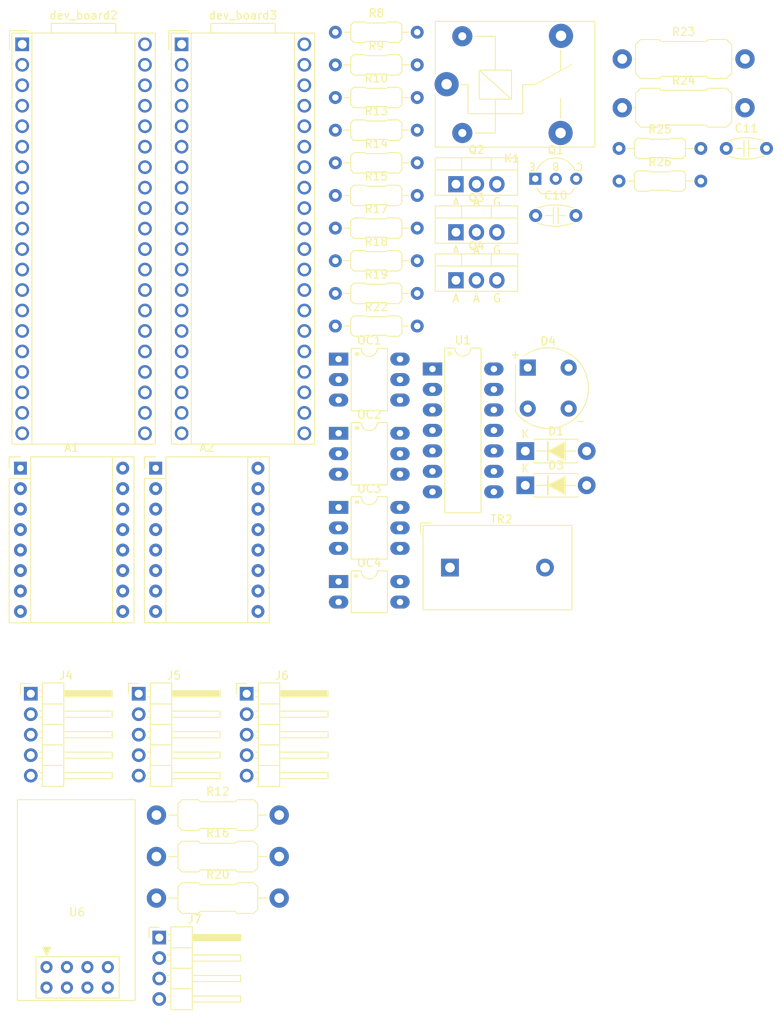
<source format=kicad_pcb>
(kicad_pcb (version 20241229) (generator "pcbnew") (generator_version "9.0")
  (layers (0 "F.Cu" signal) (2 "B.Cu" signal) (13 "F.Paste" user) (15 "B.Paste" user) (5 "F.SilkS" user "F.Silkscreen") (7 "B.SilkS" user "B.Silkscreen") (1 "F.Mask" user) (3 "B.Mask" user) (25 "Edge.Cuts" user))
  (net 0 "")
  (net 2 "Net-(A1-2B)")
  (net 3 "5VCC")
  (net 4 "Net-(A1-2A)")
  (net 6 "GND_nema")
  (net 7 "Net-(A1-1A)")
  (net 9 "Net-(A1-1B)")
  (net 11 "12VCC_nema")
  (net 14 "GND2")
  (net 18 "Net-(A2-2A)")
  (net 20 "Net-(A2-1B)")
  (net 22 "Net-(A2-1A)")
  (net 23 "Net-(A2-2B)")
  (net 29 "NEUT")
  (net 30 "Net-(D1-A)")
  (net 31 "Net-(D3-A)")
  (net 32 "+12VA")
  (net 33 "Net-(D4-2)")
  (net 34 "Net-(D4-+)")
  (net 35 "Net-(D4--)")
  (net 110 "Net-(K1-Pad3)")
  (net 112 "127VAC")
  (net 115 "Net-(OC1-Pad1)")
  (net 116 "Net-(OC1-Pad6)")
  (net 117 "Net-(Q2-G)")
  (net 118 "Net-(OC2-Pad6)")
  (net 120 "Net-(Q3-G)")
  (net 121 "Net-(OC2-Pad1)")
  (net 123 "Net-(OC3-Pad1)")
  (net 124 "Net-(Q4-G)")
  (net 126 "Net-(OC3-Pad6)")
  (net 128 "Net-(OC4-Pad4)")
  (net 129 "GND1")
  (net 130 "Net-(Q1-B)")
  (net 131 "Net-(Q2-A2)")
  (net 132 "Net-(Q3-A2)")
  (net 133 "Net-(Q4-A2)")
  (net 134 "Net-(D4-1)")
  (net 135 "Net-(C4-Pad1)")
  (net 136 "Net-(R8-Pad2)")
  (net 137 "Net-(C6-Pad1)")
  (net 138 "Net-(C8-Pad1)")
  (net 139 "Net-(R11-Pad2)")
  (net 142 "/adc_ATTINY")
  (net 143 "Net-(U1D-+)")
  (net 147 "Net-(U1D--)")
  (net 148 "Net-(U1A--)")
  (net 150 "/logic_out_ATTINY")
  (net 151 "Net-(R13-Pad2)")
  (net 152 "Net-(R17-Pad2)")
  (net 153 "Net-(R25-Pad1)")
  (net 154 "/zc")
  (net 155 "/cs")
  (net 156 "/sck")
  (net 157 "GND")
  (net 158 "/so")
  (net 159 "+5V")
  (net 160 "/Rx_mcu_esp01")
  (net 161 "+3.3V")
  (net 162 "/Tx_mcu_esp01")
  (net 163 "Net-(C5-Pad1)")
  (net 164 "Net-(C7-Pad1)")
  (net 165 "Net-(C9-Pad1)")
  (footprint "Connector_PinHeader_2.54mm:PinHeader_1x05_P2.54mm_Horizontal" (layer "F.Cu") (at 29.56 98.65)
    (property "Reference" "J5" (at 4.385 -2.27 0) (layer "F.SilkS"))
    (property "Value" "Max6675_modulo")
    (pad "1" thru_hole rect (at 0 0) (size 1.7 1.7) (drill 1) (layers "*.Cu" "*.Mask") (net 157 "GND"))
    (pad "2" thru_hole oval (at 0 2.54) (size 1.7 1.7) (drill 1) (layers "*.Cu" "*.Mask") (net 159 "+5V"))
    (pad "3" thru_hole oval (at 0 5.08) (size 1.7 1.7) (drill 1) (layers "*.Cu" "*.Mask") (net 156 "/sck"))
    (pad "4" thru_hole oval (at 0 7.62) (size 1.7 1.7) (drill 1) (layers "*.Cu" "*.Mask") (net 155 "/cs"))
    (pad "5" thru_hole oval (at 0 10.16) (size 1.7 1.7) (drill 1) (layers "*.Cu" "*.Mask") (net 158 "/so"))
  )
  (footprint "PCM_Package_DIP_AKL:DIP-6_W7.62mm_LongPads" (layer "F.Cu") (at 54.375 57.135)
    (property "Reference" "OC1" (at 3.81 -2.33 0) (layer "F.SilkS"))
    (property "Value" "MOC3021M" (hide yes))
    (pad "1" thru_hole rect (at 0 0) (size 2.4 1.6) (drill 0.8) (layers "*.Cu" "*.Mask") (net 115 "Net-(OC1-Pad1)"))
    (pad "2" thru_hole oval (at 0 2.54) (size 2.4 1.6) (drill 0.8) (layers "*.Cu" "*.Mask") (net 14 "GND2"))
    (pad "3" thru_hole oval (at 0 5.08) (size 2.4 1.6) (drill 0.8) (layers "*.Cu" "*.Mask"))
    (pad "4" thru_hole oval (at 7.62 5.08) (size 2.4 1.6) (drill 0.8) (layers "*.Cu" "*.Mask") (net 117 "Net-(Q2-G)"))
    (pad "5" thru_hole oval (at 7.62 2.54) (size 2.4 1.6) (drill 0.8) (layers "*.Cu" "*.Mask"))
    (pad "6" thru_hole oval (at 7.62 0) (size 2.4 1.6) (drill 0.8) (layers "*.Cu" "*.Mask") (net 116 "Net-(OC1-Pad6)"))
  )
  (footprint "PCM_Package_TO_SOT_THT_AKL:TO-220-3_Vertical_AAG" (layer "F.Cu") (at 68.945 41.395)
    (property "Reference" "Q3" (at 2.54 -4.27 0) (layer "F.SilkS"))
    (property "Value" "BTA12-600B" (hide yes))
    (fp_text user "A" (at 2.54 2.2225 0) (layer "F.SilkS"))
    (fp_text user "A" (at 0 2.2225 0) (layer "F.SilkS"))
    (fp_text user "G" (at 5.08 2.2225 0) (layer "F.SilkS"))
    (pad "1" thru_hole rect (at 0 0) (size 1.905 2) (drill 1.1) (layers "*.Cu" "*.Mask") (net 29 "NEUT"))
    (pad "2" thru_hole oval (at 2.54 0) (size 1.905 2) (drill 1.1) (layers "*.Cu" "*.Mask") (net 132 "Net-(Q3-A2)"))
    (pad "3" thru_hole oval (at 5.08 0) (size 1.905 2) (drill 1.1) (layers "*.Cu" "*.Mask") (net 120 "Net-(Q3-G)"))
  )
  (footprint "PCM_Resistor_THT_AKL:R_Axial_DIN0207_L6.3mm_D2.5mm_P10.16mm_Horizontal" (layer "F.Cu") (at 89.19 31)
    (property "Reference" "R25" (at 5.08 -2.37 0) (layer "F.SilkS"))
    (property "Value" "1k" (hide yes))
    (pad "1" thru_hole circle (at 0 0) (size 1.6 1.6) (drill 0.8) (layers "*.Cu" "*.Mask") (net 153 "Net-(R25-Pad1)"))
    (pad "2" thru_hole oval (at 10.16 0) (size 1.6 1.6) (drill 0.8) (layers "*.Cu" "*.Mask") (net 154 "/zc"))
  )
  (footprint "PCM_Capacitor_THT_AKL:C_Disc_D4.7mm_W2.5mm_P5.00mm" (layer "F.Cu") (at 78.835 39.325)
    (property "Reference" "C10" (at 2.5 -2.5 0) (layer "F.SilkS"))
    (property "Value" "100nf" (hide yes))
    (pad "1" thru_hole circle (at 0 0) (size 1.6 1.6) (drill 0.8) (layers "*.Cu" "*.Mask") (net 14 "GND2"))
    (pad "2" thru_hole circle (at 5 0) (size 1.6 1.6) (drill 0.8) (layers "*.Cu" "*.Mask") (net 3 "5VCC"))
  )
  (footprint "PCM_Resistor_THT_AKL:R_Axial_DIN0207_L6.3mm_D2.5mm_P10.16mm_Horizontal" (layer "F.Cu") (at 53.975 36.835)
    (property "Reference" "R15" (at 5.08 -2.37 0) (layer "F.SilkS"))
    (property "Value" "1.2K" (hide yes))
    (pad "1" thru_hole circle (at 0 0) (size 1.6 1.6) (drill 0.8) (layers "*.Cu" "*.Mask") (net 132 "Net-(Q3-A2)"))
    (pad "2" thru_hole oval (at 10.16 0) (size 1.6 1.6) (drill 0.8) (layers "*.Cu" "*.Mask") (net 137 "Net-(C6-Pad1)"))
  )
  (footprint "PCM_Diode_THT_AKL:Diode_Bridge_Round_D9.8mm" (layer "F.Cu") (at 77.855 58.195)
    (property "Reference" "D4" (at 2.54 -3.302 0) (layer "F.SilkS"))
    (property "Value" "2W10G" (hide yes))
    (fp_text user "+" (at -1.524 -1.651 0) (layer "F.SilkS"))
    (fp_text user "-" (at 6.604 6.604 0) (layer "F.SilkS"))
    (pad "1" thru_hole rect (at 0 0) (size 2 2) (drill 1) (layers "*.Cu" "*.Mask") (net 34 "Net-(D4-+)"))
    (pad "2" thru_hole oval (at 0 5.08) (size 2 2) (drill 1) (layers "*.Cu" "*.Mask") (net 134 "Net-(D4-1)"))
    (pad "3" thru_hole oval (at 5.08 5.08) (size 2 2) (drill 1) (layers "*.Cu" "*.Mask") (net 35 "Net-(D4--)"))
    (pad "4" thru_hole oval (at 5.08 0) (size 2 2) (drill 1) (layers "*.Cu" "*.Mask") (net 33 "Net-(D4-2)"))
  )
  (footprint "PCM_Package_TO_SOT_THT_AKL:TO-92_Inline_Wide_EBC" (layer "F.Cu") (at 78.795 34.765)
    (property "Reference" "Q1" (at 2.54 -3.56 0) (layer "F.SilkS"))
    (property "Value" "2N2222A-TO92" (hide yes))
    (fp_text user "B" (at 2.54 -1.524 180) (layer "F.SilkS") (effects (font (size 0.9 0.9))))
    (fp_text user "E" (at -0.381 -1.524 180) (layer "F.SilkS") (effects (font (size 0.9 0.9))))
    (fp_text user "C" (at 5.461 -1.524 180) (layer "F.SilkS") (effects (font (size 0.9 0.9))))
    (pad "1" thru_hole rect (at 0 0 90) (size 1.5 1.5) (drill 0.8) (layers "*.Cu" "*.Mask") (net 129 "GND1"))
    (pad "2" thru_hole circle (at 2.54 0 90) (size 1.5 1.5) (drill 0.8) (layers "*.Cu" "*.Mask") (net 130 "Net-(Q1-B)"))
    (pad "3" thru_hole circle (at 5.08 0 90) (size 1.5 1.5) (drill 0.8) (layers "*.Cu" "*.Mask") (net 31 "Net-(D3-A)"))
  )
  (footprint "Connector_PinHeader_2.54mm:PinHeader_1x05_P2.54mm_Horizontal" (layer "F.Cu") (at 16.16 98.65)
    (property "Reference" "J4" (at 4.385 -2.27 0) (layer "F.SilkS"))
    (property "Value" "Max6675_modulo")
    (pad "1" thru_hole rect (at 0 0) (size 1.7 1.7) (drill 1) (layers "*.Cu" "*.Mask") (net 157 "GND"))
    (pad "2" thru_hole oval (at 0 2.54) (size 1.7 1.7) (drill 1) (layers "*.Cu" "*.Mask") (net 159 "+5V"))
    (pad "3" thru_hole oval (at 0 5.08) (size 1.7 1.7) (drill 1) (layers "*.Cu" "*.Mask") (net 156 "/sck"))
    (pad "4" thru_hole oval (at 0 7.62) (size 1.7 1.7) (drill 1) (layers "*.Cu" "*.Mask") (net 155 "/cs"))
    (pad "5" thru_hole oval (at 0 10.16) (size 1.7 1.7) (drill 1) (layers "*.Cu" "*.Mask") (net 158 "/so"))
  )
  (footprint "PCM_Resistor_THT_AKL:R_Axial_DIN0207_L6.3mm_D2.5mm_P10.16mm_Horizontal" (layer "F.Cu") (at 53.975 32.785)
    (property "Reference" "R14" (at 5.08 -2.37 0) (layer "F.SilkS"))
    (property "Value" "180" (hide yes))
    (pad "1" thru_hole circle (at 0 0) (size 1.6 1.6) (drill 0.8) (layers "*.Cu" "*.Mask") (net 137 "Net-(C6-Pad1)"))
    (pad "2" thru_hole oval (at 10.16 0) (size 1.6 1.6) (drill 0.8) (layers "*.Cu" "*.Mask") (net 118 "Net-(OC2-Pad6)"))
  )
  (footprint "Connector_PinHeader_2.54mm:PinHeader_1x04_P2.54mm_Horizontal" (layer "F.Cu") (at 32.11 128.9)
    (property "Reference" "J7" (at 4.385 -2.27 0) (layer "F.SilkS"))
    (property "Value" "ESP01")
    (pad "1" thru_hole rect (at 0 0) (size 1.7 1.7) (drill 1) (layers "*.Cu" "*.Mask") (net 161 "+3.3V"))
    (pad "2" thru_hole oval (at 0 2.54) (size 1.7 1.7) (drill 1) (layers "*.Cu" "*.Mask") (net 160 "/Rx_mcu_esp01"))
    (pad "3" thru_hole oval (at 0 5.08) (size 1.7 1.7) (drill 1) (layers "*.Cu" "*.Mask") (net 162 "/Tx_mcu_esp01"))
    (pad "4" thru_hole oval (at 0 7.62) (size 1.7 1.7) (drill 1) (layers "*.Cu" "*.Mask") (net 157 "GND"))
  )
  (footprint "PCM_Resistor_THT_AKL:R_Axial_DIN0207_L6.3mm_D2.5mm_P10.16mm_Horizontal" (layer "F.Cu") (at 53.975 16.585)
    (property "Reference" "R8" (at 5.08 -2.37 0) (layer "F.SilkS"))
    (property "Value" "180" (hide yes))
    (pad "1" thru_hole circle (at 0 0) (size 1.6 1.6) (drill 0.8) (layers "*.Cu" "*.Mask") (net 115 "Net-(OC1-Pad1)"))
    (pad "2" thru_hole oval (at 10.16 0) (size 1.6 1.6) (drill 0.8) (layers "*.Cu" "*.Mask") (net 136 "Net-(R8-Pad2)"))
  )
  (footprint "Module:Electrosmith_Daisy_Seed" (layer "F.Cu") (at 15.095 18.085)
    (property "Reference" "dev_board2" (at 7.62 -3.6 0) (layer "F.SilkS"))
    (property "Value" "Black_pill_stm32f411")
    (pad "1" thru_hole rect (at 0 0) (size 1.7 1.7) (drill 1.1) (layers "*.Cu" "*.Mask"))
    (pad "2" thru_hole circle (at 0 2.54) (size 1.7 1.7) (drill 1.1) (layers "*.Cu" "*.Mask"))
    (pad "3" thru_hole circle (at 0 5.08) (size 1.7 1.7) (drill 1.1) (layers "*.Cu" "*.Mask"))
    (pad "4" thru_hole circle (at 0 7.62) (size 1.7 1.7) (drill 1.1) (layers "*.Cu" "*.Mask"))
    (pad "5" thru_hole circle (at 0 10.16) (size 1.7 1.7) (drill 1.1) (layers "*.Cu" "*.Mask"))
    (pad "6" thru_hole circle (at 0 12.7) (size 1.7 1.7) (drill 1.1) (layers "*.Cu" "*.Mask"))
    (pad "7" thru_hole circle (at 0 15.24) (size 1.7 1.7) (drill 1.1) (layers "*.Cu" "*.Mask"))
    (pad "8" thru_hole circle (at 0 17.78) (size 1.7 1.7) (drill 1.1) (layers "*.Cu" "*.Mask"))
    (pad "9" thru_hole circle (at 0 20.32) (size 1.7 1.7) (drill 1.1) (layers "*.Cu" "*.Mask"))
    (pad "10" thru_hole circle (at 0 22.86) (size 1.7 1.7) (drill 1.1) (layers "*.Cu" "*.Mask"))
    (pad "11" thru_hole circle (at 0 25.4) (size 1.7 1.7) (drill 1.1) (layers "*.Cu" "*.Mask"))
    (pad "12" thru_hole circle (at 0 27.94) (size 1.7 1.7) (drill 1.1) (layers "*.Cu" "*.Mask"))
    (pad "13" thru_hole circle (at 0 30.48) (size 1.7 1.7) (drill 1.1) (layers "*.Cu" "*.Mask"))
    (pad "14" thru_hole circle (at 0 33.02) (size 1.7 1.7) (drill 1.1) (layers "*.Cu" "*.Mask"))
    (pad "15" thru_hole circle (at 0 35.56) (size 1.7 1.7) (drill 1.1) (layers "*.Cu" "*.Mask"))
    (pad "16" thru_hole circle (at 0 38.1) (size 1.7 1.7) (drill 1.1) (layers "*.Cu" "*.Mask"))
    (pad "17" thru_hole circle (at 0 40.64) (size 1.7 1.7) (drill 1.1) (layers "*.Cu" "*.Mask"))
    (pad "18" thru_hole circle (at 0 43.18) (size 1.7 1.7) (drill 1.1) (layers "*.Cu" "*.Mask"))
    (pad "19" thru_hole circle (at 0 45.72) (size 1.7 1.7) (drill 1.1) (layers "*.Cu" "*.Mask") (net 14 "GND2"))
    (pad "20" thru_hole circle (at 0 48.26) (size 1.7 1.7) (drill 1.1) (layers "*.Cu" "*.Mask"))
    (pad "21" thru_hole circle (at 15.24 48.26) (size 1.7 1.7) (drill 1.1) (layers "*.Cu" "*.Mask"))
    (pad "22" thru_hole circle (at 15.24 45.72) (size 1.7 1.7) (drill 1.1) (layers "*.Cu" "*.Mask"))
    (pad "23" thru_hole circle (at 15.24 43.18) (size 1.7 1.7) (drill 1.1) (layers "*.Cu" "*.Mask"))
    (pad "24" thru_hole circle (at 15.24 40.64) (size 1.7 1.7) (drill 1.1) (layers "*.Cu" "*.Mask"))
    (pad "25" thru_hole circle (at 15.24 38.1) (size 1.7 1.7) (drill 1.1) (layers "*.Cu" "*.Mask"))
    (pad "26" thru_hole circle (at 15.24 35.56) (size 1.7 1.7) (drill 1.1) (layers "*.Cu" "*.Mask"))
    (pad "27" thru_hole circle (at 15.24 33.02) (size 1.7 1.7) (drill 1.1) (layers "*.Cu" "*.Mask"))
    (pad "28" thru_hole circle (at 15.24 30.48) (size 1.7 1.7) (drill 1.1) (layers "*.Cu" "*.Mask"))
    (pad "29" thru_hole circle (at 15.24 27.94) (size 1.7 1.7) (drill 1.1) (layers "*.Cu" "*.Mask"))
    (pad "30" thru_hole circle (at 15.24 25.4) (size 1.7 1.7) (drill 1.1) (layers "*.Cu" "*.Mask"))
    (pad "31" thru_hole circle (at 15.24 22.86) (size 1.7 1.7) (drill 1.1) (layers "*.Cu" "*.Mask"))
    (pad "32" thru_hole circle (at 15.24 20.32) (size 1.7 1.7) (drill 1.1) (layers "*.Cu" "*.Mask"))
    (pad "33" thru_hole circle (at 15.24 17.78) (size 1.7 1.7) (drill 1.1) (layers "*.Cu" "*.Mask"))
    (pad "34" thru_hole circle (at 15.24 15.24) (size 1.7 1.7) (drill 1.1) (layers "*.Cu" "*.Mask"))
    (pad "35" thru_hole circle (at 15.24 12.7) (size 1.7 1.7) (drill 1.1) (layers "*.Cu" "*.Mask"))
    (pad "36" thru_hole circle (at 15.24 10.16) (size 1.7 1.7) (drill 1.1) (layers "*.Cu" "*.Mask"))
    (pad "37" thru_hole circle (at 15.24 7.62) (size 1.7 1.7) (drill 1.1) (layers "*.Cu" "*.Mask"))
    (pad "38" thru_hole circle (at 15.24 5.08) (size 1.7 1.7) (drill 1.1) (layers "*.Cu" "*.Mask"))
    (pad "39" thru_hole circle (at 15.24 2.54) (size 1.7 1.7) (drill 1.1) (layers "*.Cu" "*.Mask") (net 14 "GND2"))
    (pad "40" thru_hole circle (at 15.24 0) (size 1.7 1.7) (drill 1.1) (layers "*.Cu" "*.Mask") (net 3 "5VCC"))
  )
  (footprint "RF_Module:ESP-01" (layer "F.Cu") (at 18.11 132.56)
    (property "Reference" "U6" (at 3.8 -6.8 0) (layer "F.SilkS"))
    (property "Value" "ESP-01S")
    (pad "1" thru_hole circle (at 0 0) (size 1.5 1.5) (drill 0.8) (layers "*.Cu" "*.Mask") (net 160 "/Rx_mcu_esp01"))
    (pad "2" thru_hole circle (at 2.54 0) (size 1.5 1.5) (drill 0.8) (layers "*.Cu" "*.Mask") (net 157 "GND"))
    (pad "3" thru_hole circle (at 5.08 0) (size 1.5 1.5) (drill 0.8) (layers "*.Cu" "*.Mask"))
    (pad "4" thru_hole circle (at 7.62 0) (size 1.5 1.5) (drill 0.8) (layers "*.Cu" "*.Mask"))
    (pad "5" thru_hole circle (at 0 2.54) (size 1.5 1.5) (drill 0.8) (layers "*.Cu" "*.Mask"))
    (pad "6" thru_hole circle (at 2.54 2.54) (size 1.5 1.5) (drill 0.8) (layers "*.Cu" "*.Mask"))
    (pad "7" thru_hole circle (at 5.08 2.54) (size 1.5 1.5) (drill 0.8) (layers "*.Cu" "*.Mask") (net 161 "+3.3V"))
    (pad "8" thru_hole circle (at 7.62 2.54) (size 1.5 1.5) (drill 0.8) (layers "*.Cu" "*.Mask") (net 162 "/Tx_mcu_esp01"))
  )
  (footprint "Module:Pololu_Breakout-16_15.2x20.3mm" (layer "F.Cu") (at 14.875 70.665)
    (property "Reference" "A1" (at 6.35 -2.54 0) (layer "F.SilkS"))
    (property "Value" "Pololu_Breakout_A4988")
    (pad "1" thru_hole rect (at 0 0) (size 1.6 1.6) (drill 0.8) (layers "*.Cu" "*.Mask") (net 14 "GND2"))
    (pad "2" thru_hole oval (at 0 2.54) (size 1.6 1.6) (drill 0.8) (layers "*.Cu" "*.Mask") (net 3 "5VCC"))
    (pad "3" thru_hole oval (at 0 5.08) (size 1.6 1.6) (drill 0.8) (layers "*.Cu" "*.Mask") (net 9 "Net-(A1-1B)"))
    (pad "4" thru_hole oval (at 0 7.62) (size 1.6 1.6) (drill 0.8) (layers "*.Cu" "*.Mask") (net 7 "Net-(A1-1A)"))
    (pad "5" thru_hole oval (at 0 10.16) (size 1.6 1.6) (drill 0.8) (layers "*.Cu" "*.Mask") (net 4 "Net-(A1-2A)"))
    (pad "6" thru_hole oval (at 0 12.7) (size 1.6 1.6) (drill 0.8) (layers "*.Cu" "*.Mask") (net 2 "Net-(A1-2B)"))
    (pad "7" thru_hole oval (at 0 15.24) (size 1.6 1.6) (drill 0.8) (layers "*.Cu" "*.Mask") (net 6 "GND_nema"))
    (pad "8" thru_hole oval (at 0 17.78) (size 1.6 1.6) (drill 0.8) (layers "*.Cu" "*.Mask") (net 11 "12VCC_nema"))
    (pad "9" thru_hole oval (at 12.7 17.78) (size 1.6 1.6) (drill 0.8) (layers "*.Cu" "*.Mask"))
    (pad "10" thru_hole oval (at 12.7 15.24) (size 1.6 1.6) (drill 0.8) (layers "*.Cu" "*.Mask"))
    (pad "11" thru_hole oval (at 12.7 12.7) (size 1.6 1.6) (drill 0.8) (layers "*.Cu" "*.Mask"))
    (pad "12" thru_hole oval (at 12.7 10.16) (size 1.6 1.6) (drill 0.8) (layers "*.Cu" "*.Mask"))
    (pad "13" thru_hole oval (at 12.7 7.62) (size 1.6 1.6) (drill 0.8) (layers "*.Cu" "*.Mask"))
    (pad "14" thru_hole oval (at 12.7 5.08) (size 1.6 1.6) (drill 0.8) (layers "*.Cu" "*.Mask"))
    (pad "15" thru_hole oval (at 12.7 2.54) (size 1.6 1.6) (drill 0.8) (layers "*.Cu" "*.Mask"))
    (pad "16" thru_hole oval (at 12.7 0) (size 1.6 1.6) (drill 0.8) (layers "*.Cu" "*.Mask"))
  )
  (footprint "PCM_Resistor_THT_AKL:R_Axial_DIN0207_L6.3mm_D2.5mm_P10.16mm_Horizontal" (layer "F.Cu") (at 89.19 35.05)
    (property "Reference" "R26" (at 5.08 -2.37 0) (layer "F.SilkS"))
    (property "Value" "2k" (hide yes))
    (pad "1" thru_hole circle (at 0 0) (size 1.6 1.6) (drill 0.8) (layers "*.Cu" "*.Mask") (net 154 "/zc"))
    (pad "2" thru_hole oval (at 10.16 0) (size 1.6 1.6) (drill 0.8) (layers "*.Cu" "*.Mask") (net 14 "GND2"))
  )
  (footprint "Connector_PinHeader_2.54mm:PinHeader_1x05_P2.54mm_Horizontal" (layer "F.Cu") (at 42.96 98.65)
    (property "Reference" "J6" (at 4.385 -2.27 0) (layer "F.SilkS"))
    (property "Value" "Max6675_modulo")
    (pad "1" thru_hole rect (at 0 0) (size 1.7 1.7) (drill 1) (layers "*.Cu" "*.Mask") (net 157 "GND"))
    (pad "2" thru_hole oval (at 0 2.54) (size 1.7 1.7) (drill 1) (layers "*.Cu" "*.Mask") (net 159 "+5V"))
    (pad "3" thru_hole oval (at 0 5.08) (size 1.7 1.7) (drill 1) (layers "*.Cu" "*.Mask") (net 156 "/sck"))
    (pad "4" thru_hole oval (at 0 7.62) (size 1.7 1.7) (drill 1) (layers "*.Cu" "*.Mask") (net 155 "/cs"))
    (pad "5" thru_hole oval (at 0 10.16) (size 1.7 1.7) (drill 1) (layers "*.Cu" "*.Mask") (net 158 "/so"))
  )
  (footprint "PCM_Resistor_THT_AKL:R_Axial_DIN0207_L6.3mm_D2.5mm_P10.16mm_Horizontal" (layer "F.Cu") (at 53.975 40.885)
    (property "Reference" "R17" (at 5.08 -2.37 0) (layer "F.SilkS"))
    (property "Value" "180" (hide yes))
    (pad "1" thru_hole circle (at 0 0) (size 1.6 1.6) (drill 0.8) (layers "*.Cu" "*.Mask") (net 123 "Net-(OC3-Pad1)"))
    (pad "2" thru_hole oval (at 10.16 0) (size 1.6 1.6) (drill 0.8) (layers "*.Cu" "*.Mask") (net 152 "Net-(R17-Pad2)"))
  )
  (footprint "PCM_Resistor_THT_AKL:R_Axial_DIN0207_L6.3mm_D2.5mm_P10.16mm_Horizontal" (layer "F.Cu") (at 53.975 28.735)
    (property "Reference" "R13" (at 5.08 -2.37 0) (layer "F.SilkS"))
    (property "Value" "180" (hide yes))
    (pad "1" thru_hole circle (at 0 0) (size 1.6 1.6) (drill 0.8) (layers "*.Cu" "*.Mask") (net 121 "Net-(OC2-Pad1)"))
    (pad "2" thru_hole oval (at 10.16 0) (size 1.6 1.6) (drill 0.8) (layers "*.Cu" "*.Mask") (net 151 "Net-(R13-Pad2)"))
  )
  (footprint "PCM_Capacitor_THT_AKL:C_Disc_D4.7mm_W2.5mm_P5.00mm" (layer "F.Cu") (at 102.5 31)
    (property "Reference" "C11" (at 2.5 -2.5 0) (layer "F.SilkS"))
    (property "Value" "100nf" (hide yes))
    (pad "1" thru_hole circle (at 0 0) (size 1.6 1.6) (drill 0.8) (layers "*.Cu" "*.Mask") (net 14 "GND2"))
    (pad "2" thru_hole circle (at 5 0) (size 1.6 1.6) (drill 0.8) (layers "*.Cu" "*.Mask") (net 3 "5VCC"))
  )
  (footprint "PCM_Package_DIP_AKL:DIP-4_W7.62mm_LongPads" (layer "F.Cu") (at 54.375 84.735)
    (property "Reference" "OC4" (at 3.81 -2.33 0) (layer "F.SilkS"))
    (property "Value" "PC817" (hide yes))
    (pad "1" thru_hole rect (at 0 0) (size 2.4 1.6) (drill 0.8) (layers "*.Cu" "*.Mask") (net 34 "Net-(D4-+)"))
    (pad "2" thru_hole oval (at 0 2.54) (size 2.4 1.6) (drill 0.8) (layers "*.Cu" "*.Mask") (net 35 "Net-(D4--)"))
    (pad "3" thru_hole oval (at 7.62 2.54) (size 2.4 1.6) (drill 0.8) (layers "*.Cu" "*.Mask") (net 14 "GND2"))
    (pad "4" thru_hole oval (at 7.62 0) (size 2.4 1.6) (drill 0.8) (layers "*.Cu" "*.Mask") (net 128 "Net-(OC4-Pad4)"))
  )
  (footprint "PCM_Resistor_THT_AKL:R_Axial_DIN0411_L9.9mm_D3.6mm_P15.24mm_Horizontal" (layer "F.Cu") (at 31.76 118.85)
    (property "Reference" "R16" (at 7.62 -2.92 0) (layer "F.SilkS"))
    (property "Value" "39 1W" (hide yes))
    (pad "1" thru_hole circle (at 0 0) (size 2.4 2.4) (drill 1.2) (layers "*.Cu" "*.Mask") (net 132 "Net-(Q3-A2)"))
    (pad "2" thru_hole oval (at 15.24 0) (size 2.4 2.4) (drill 1.2) (layers "*.Cu" "*.Mask") (net 164 "Net-(C7-Pad1)"))
  )
  (footprint "Transformer_THT:Transformer_Zeming_ZMCT103C" (layer "F.Cu") (at 68.2 83)
    (property "Reference" "TR2" (at 6.39 -6 0) (layer "F.SilkS"))
    (property "Value" "ZMCT103C")
    (pad "1" thru_hole rect (at 0 0) (size 2.2 2.2) (drill 1.2) (layers "*.Cu" "*.Mask") (net 129 "GND1"))
    (pad "2" thru_hole circle (at 11.8 0) (size 2.2 2.2) (drill 1.2) (layers "*.Cu" "*.Mask") (net 139 "Net-(R11-Pad2)"))
  )
  (footprint "PCM_Resistor_THT_AKL:R_Axial_DIN0411_L9.9mm_D3.6mm_P15.24mm_Horizontal" (layer "F.Cu") (at 31.76 113.7)
    (property "Reference" "R12" (at 7.62 -2.92 0) (layer "F.SilkS"))
    (property "Value" "39 1W" (hide yes))
    (pad "1" thru_hole circle (at 0 0) (size 2.4 2.4) (drill 1.2) (layers "*.Cu" "*.Mask") (net 131 "Net-(Q2-A2)"))
    (pad "2" thru_hole oval (at 15.24 0) (size 2.4 2.4) (drill 1.2) (layers "*.Cu" "*.Mask") (net 163 "Net-(C5-Pad1)"))
  )
  (footprint "Module:Electrosmith_Daisy_Seed" (layer "F.Cu") (at 34.885 18.085)
    (property "Reference" "dev_board3" (at 7.62 -3.6 0) (layer "F.SilkS"))
    (property "Value" "Black_pill_stm32f411")
    (pad "1" thru_hole rect (at 0 0) (size 1.7 1.7) (drill 1.1) (layers "*.Cu" "*.Mask"))
    (pad "2" thru_hole circle (at 0 2.54) (size 1.7 1.7) (drill 1.1) (layers "*.Cu" "*.Mask"))
    (pad "3" thru_hole circle (at 0 5.08) (size 1.7 1.7) (drill 1.1) (layers "*.Cu" "*.Mask"))
    (pad "4" thru_hole circle (at 0 7.62) (size 1.7 1.7) (drill 1.1) (layers "*.Cu" "*.Mask"))
    (pad "5" thru_hole circle (at 0 10.16) (size 1.7 1.7) (drill 1.1) (layers "*.Cu" "*.Mask"))
    (pad "6" thru_hole circle (at 0 12.7) (size 1.7 1.7) (drill 1.1) (layers "*.Cu" "*.Mask"))
    (pad "7" thru_hole circle (at 0 15.24) (size 1.7 1.7) (drill 1.1) (layers "*.Cu" "*.Mask"))
    (pad "8" thru_hole circle (at 0 17.78) (size 1.7 1.7) (drill 1.1) (layers "*.Cu" "*.Mask"))
    (pad "9" thru_hole circle (at 0 20.32) (size 1.7 1.7) (drill 1.1) (layers "*.Cu" "*.Mask"))
    (pad "10" thru_hole circle (at 0 22.86) (size 1.7 1.7) (drill 1.1) (layers "*.Cu" "*.Mask"))
    (pad "11" thru_hole circle (at 0 25.4) (size 1.7 1.7) (drill 1.1) (layers "*.Cu" "*.Mask"))
    (pad "12" thru_hole circle (at 0 27.94) (size 1.7 1.7) (drill 1.1) (layers "*.Cu" "*.Mask"))
    (pad "13" thru_hole circle (at 0 30.48) (size 1.7 1.7) (drill 1.1) (layers "*.Cu" "*.Mask"))
    (pad "14" thru_hole circle (at 0 33.02) (size 1.7 1.7) (drill 1.1) (layers "*.Cu" "*.Mask"))
    (pad "15" thru_hole circle (at 0 35.56) (size 1.7 1.7) (drill 1.1) (layers "*.Cu" "*.Mask"))
    (pad "16" thru_hole circle (at 0 38.1) (size 1.7 1.7) (drill 1.1) (layers "*.Cu" "*.Mask"))
    (pad "17" thru_hole circle (at 0 40.64) (size 1.7 1.7) (drill 1.1) (layers "*.Cu" "*.Mask"))
    (pad "18" thru_hole circle (at 0 43.18) (size 1.7 1.7) (drill 1.1) (layers "*.Cu" "*.Mask"))
    (pad "19" thru_hole circle (at 0 45.72) (size 1.7 1.7) (drill 1.1) (layers "*.Cu" "*.Mask") (net 14 "GND2"))
    (pad "20" thru_hole circle (at 0 48.26) (size 1.7 1.7) (drill 1.1) (layers "*.Cu" "*.Mask"))
    (pad "21" thru_hole circle (at 15.24 48.26) (size 1.7 1.7) (drill 1.1) (layers "*.Cu" "*.Mask"))
    (pad "22" thru_hole circle (at 15.24 45.72) (size 1.7 1.7) (drill 1.1) (layers "*.Cu" "*.Mask"))
    (pad "23" thru_hole circle (at 15.24 43.18) (size 1.7 1.7) (drill 1.1) (layers "*.Cu" "*.Mask"))
    (pad "24" thru_hole circle (at 15.24 40.64) (size 1.7 1.7) (drill 1.1) (layers "*.Cu" "*.Mask"))
    (pad "25" thru_hole circle (at 15.24 38.1) (size 1.7 1.7) (drill 1.1) (layers "*.Cu" "*.Mask"))
    (pad "26" thru_hole circle (at 15.24 35.56) (size 1.7 1.7) (drill 1.1) (layers "*.Cu" "*.Mask"))
    (pad "27" thru_hole circle (at 15.24 33.02) (size 1.7 1.7) (drill 1.1) (layers "*.Cu" "*.Mask"))
    (pad "28" thru_hole circle (at 15.24 30.48) (size 1.7 1.7) (drill 1.1) (layers "*.Cu" "*.Mask"))
    (pad "29" thru_hole circle (at 15.24 27.94) (size 1.7 1.7) (drill 1.1) (layers "*.Cu" "*.Mask"))
    (pad "30" thru_hole circle (at 15.24 25.4) (size 1.7 1.7) (drill 1.1) (layers "*.Cu" "*.Mask"))
    (pad "31" thru_hole circle (at 15.24 22.86) (size 1.7 1.7) (drill 1.1) (layers "*.Cu" "*.Mask"))
    (pad "32" thru_hole circle (at 15.24 20.32) (size 1.7 1.7) (drill 1.1) (layers "*.Cu" "*.Mask"))
    (pad "33" thru_hole circle (at 15.24 17.78) (size 1.7 1.7) (drill 1.1) (layers "*.Cu" "*.Mask"))
    (pad "34" thru_hole circle (at 15.24 15.24) (size 1.7 1.7) (drill 1.1) (layers "*.Cu" "*.Mask"))
    (pad "35" thru_hole circle (at 15.24 12.7) (size 1.7 1.7) (drill 1.1) (layers "*.Cu" "*.Mask"))
    (pad "36" thru_hole circle (at 15.24 10.16) (size 1.7 1.7) (drill 1.1) (layers "*.Cu" "*.Mask"))
    (pad "37" thru_hole circle (at 15.24 7.62) (size 1.7 1.7) (drill 1.1) (layers "*.Cu" "*.Mask"))
    (pad "38" thru_hole circle (at 15.24 5.08) (size 1.7 1.7) (drill 1.1) (layers "*.Cu" "*.Mask"))
    (pad "39" thru_hole circle (at 15.24 2.54) (size 1.7 1.7) (drill 1.1) (layers "*.Cu" "*.Mask") (net 14 "GND2"))
    (pad "40" thru_hole circle (at 15.24 0) (size 1.7 1.7) (drill 1.1) (layers "*.Cu" "*.Mask") (net 3 "5VCC"))
  )
  (footprint "PCM_Resistor_THT_AKL:R_Axial_DIN0207_L6.3mm_D2.5mm_P10.16mm_Horizontal" (layer "F.Cu") (at 53.975 44.935)
    (property "Reference" "R18" (at 5.08 -2.37 0) (layer "F.SilkS"))
    (property "Value" "180" (hide yes))
    (pad "1" thru_hole circle (at 0 0) (size 1.6 1.6) (drill 0.8) (layers "*.Cu" "*.Mask") (net 138 "Net-(C8-Pad1)"))
    (pad "2" thru_hole oval (at 10.16 0) (size 1.6 1.6) (drill 0.8) (layers "*.Cu" "*.Mask") (net 126 "Net-(OC3-Pad6)"))
  )
  (footprint "PCM_Diode_THT_AKL:D_DO-41_SOD81_P7.62mm_Horizontal" (layer "F.Cu") (at 77.555 68.545)
    (property "Reference" "D1" (at 3.81 -2.47 0) (layer "F.SilkS"))
    (property "Value" "1N4003" (hide yes))
    (fp_text user "K" (at 0 -2.1 0) (layer "F.SilkS"))
    (pad "1" thru_hole rect (at 0 0) (size 2.2 2.2) (drill 1.1) (layers "*.Cu" "*.Mask") (net 29 "NEUT"))
    (pad "2" thru_hole oval (at 7.62 0) (size 2.2 2.2) (drill 1.1) (layers "*.Cu" "*.Mask") (net 30 "Net-(D1-A)"))
  )
  (footprint "PCM_Resistor_THT_AKL:R_Axial_DIN0207_L6.3mm_D2.5mm_P10.16mm_Horizontal" (layer "F.Cu") (at 53.975 20.635)
    (property "Reference" "R9" (at 5.08 -2.37 0) (layer "F.SilkS"))
    (property "Value" "180" (hide yes))
    (pad "1" thru_hole circle (at 0 0) (size 1.6 1.6) (drill 0.8) (layers "*.Cu" "*.Mask") (net 135 "Net-(C4-Pad1)"))
    (pad "2" thru_hole oval (at 10.16 0) (size 1.6 1.6) (drill 0.8) (layers "*.Cu" "*.Mask") (net 116 "Net-(OC1-Pad6)"))
  )
  (footprint "PCM_Resistor_THT_AKL:R_Axial_DIN0411_L9.9mm_D3.6mm_P15.24mm_Horizontal" (layer "F.Cu") (at 31.76 124)
    (property "Reference" "R20" (at 7.62 -2.92 0) (layer "F.SilkS"))
    (property "Value" "39 1W" (hide yes))
    (pad "1" thru_hole circle (at 0 0) (size 2.4 2.4) (drill 1.2) (layers "*.Cu" "*.Mask") (net 133 "Net-(Q4-A2)"))
    (pad "2" thru_hole oval (at 15.24 0) (size 2.4 2.4) (drill 1.2) (layers "*.Cu" "*.Mask") (net 165 "Net-(C9-Pad1)"))
  )
  (footprint "Relay_THT:Relay_SPDT_SANYOU_SRD_Series_Form_C" (layer "F.Cu") (at 67.785 23.035)
    (property "Reference" "K1" (at 8.1 9.2 0) (layer "F.SilkS"))
    (property "Value" "SANYOU_SRD_Form_C")
    (pad "1" thru_hole circle (at 0 0 90) (size 3 3) (drill 1.3) (layers "*.Cu" "*.Mask") (net 112 "127VAC"))
    (pad "2" thru_hole circle (at 1.95 6.05 90) (size 2.5 2.5) (drill 1) (layers "*.Cu" "*.Mask") (net 31 "Net-(D3-A)"))
    (pad "3" thru_hole circle (at 14.15 6.05 90) (size 3 3) (drill 1.3) (layers "*.Cu" "*.Mask") (net 110 "Net-(K1-Pad3)"))
    (pad "4" thru_hole circle (at 14.2 -6 90) (size 3 3) (drill 1.3) (layers "*.Cu" "*.Mask"))
    (pad "5" thru_hole circle (at 1.95 -5.95 90) (size 2.5 2.5) (drill 1) (layers "*.Cu" "*.Mask") (net 32 "+12VA"))
  )
  (footprint "PCM_Package_DIP_AKL:DIP-6_W7.62mm_LongPads" (layer "F.Cu") (at 54.375 75.535)
    (property "Reference" "OC3" (at 3.81 -2.33 0) (layer "F.SilkS"))
    (property "Value" "MOC3021M" (hide yes))
    (pad "1" thru_hole rect (at 0 0) (size 2.4 1.6) (drill 0.8) (layers "*.Cu" "*.Mask") (net 123 "Net-(OC3-Pad1)"))
    (pad "2" thru_hole oval (at 0 2.54) (size 2.4 1.6) (drill 0.8) (layers "*.Cu" "*.Mask") (net 14 "GND2"))
    (pad "3" thru_hole oval (at 0 5.08) (size 2.4 1.6) (drill 0.8) (layers "*.Cu" "*.Mask"))
    (pad "4" thru_hole oval (at 7.62 5.08) (size 2.4 1.6) (drill 0.8) (layers "*.Cu" "*.Mask") (net 124 "Net-(Q4-G)"))
    (pad "5" thru_hole oval (at 7.62 2.54) (size 2.4 1.6) (drill 0.8) (layers "*.Cu" "*.Mask"))
    (pad "6" thru_hole oval (at 7.62 0) (size 2.4 1.6) (drill 0.8) (layers "*.Cu" "*.Mask") (net 126 "Net-(OC3-Pad6)"))
  )
  (footprint "PCM_Resistor_THT_AKL:R_Axial_DIN0207_L6.3mm_D2.5mm_P10.16mm_Horizontal" (layer "F.Cu") (at 53.975 53.035)
    (property "Reference" "R22" (at 5.08 -2.37 0) (layer "F.SilkS"))
    (property "Value" "10k" (hide yes))
    (pad "1" thru_hole circle (at 0 0) (size 1.6 1.6) (drill 0.8) (layers "*.Cu" "*.Mask") (net 3 "5VCC"))
    (pad "2" thru_hole oval (at 10.16 0) (size 1.6 1.6) (drill 0.8) (layers "*.Cu" "*.Mask") (net 128 "Net-(OC4-Pad4)"))
  )
  (footprint "PCM_Resistor_THT_AKL:R_Axial_DIN0414_L11.9mm_D4.5mm_P15.24mm_Horizontal" (layer "F.Cu") (at 89.59 25.95)
    (property "Reference" "R24" (at 7.62 -3.37 0) (layer "F.SilkS"))
    (property "Value" "5K 2W" (hide yes))
    (pad "1" thru_hole circle (at 0 0) (size 2.4 2.4) (drill 1.2) (layers "*.Cu" "*.Mask") (net 112 "127VAC"))
    (pad "2" thru_hole oval (at 15.24 0) (size 2.4 2.4) (drill 1.2) (layers "*.Cu" "*.Mask") (net 33 "Net-(D4-2)"))
  )
  (footprint "PCM_Resistor_THT_AKL:R_Axial_DIN0414_L11.9mm_D4.5mm_P15.24mm_Horizontal" (layer "F.Cu") (at 89.59 19.9)
    (property "Reference" "R23" (at 7.62 -3.37 0) (layer "F.SilkS"))
    (property "Value" "5K 2W" (hide yes))
    (pad "1" thru_hole circle (at 0 0) (size 2.4 2.4) (drill 1.2) (layers "*.Cu" "*.Mask") (net 29 "NEUT"))
    (pad "2" thru_hole oval (at 15.24 0) (size 2.4 2.4) (drill 1.2) (layers "*.Cu" "*.Mask") (net 134 "Net-(D4-1)"))
  )
  (footprint "PCM_Diode_THT_AKL:D_DO-41_SOD81_P7.62mm_Horizontal" (layer "F.Cu") (at 77.555 72.795)
    (property "Reference" "D3" (at 3.81 -2.47 0) (layer "F.SilkS"))
    (property "Value" "1N4001" (hide yes))
    (fp_text user "K" (at 0 -2.1 0) (layer "F.SilkS"))
    (pad "1" thru_hole rect (at 0 0) (size 2.2 2.2) (drill 1.1) (layers "*.Cu" "*.Mask") (net 32 "+12VA"))
    (pad "2" thru_hole oval (at 7.62 0) (size 2.2 2.2) (drill 1.1) (layers "*.Cu" "*.Mask") (net 31 "Net-(D3-A)"))
  )
  (footprint "PCM_Resistor_THT_AKL:R_Axial_DIN0207_L6.3mm_D2.5mm_P10.16mm_Horizontal" (layer "F.Cu") (at 53.975 24.685)
    (property "Reference" "R10" (at 5.08 -2.37 0) (layer "F.SilkS"))
    (property "Value" "1.2K" (hide yes))
    (pad "1" thru_hole circle (at 0 0) (size 1.6 1.6) (drill 0.8) (layers "*.Cu" "*.Mask") (net 131 "Net-(Q2-A2)"))
    (pad "2" thru_hole oval (at 10.16 0) (size 1.6 1.6) (drill 0.8) (layers "*.Cu" "*.Mask") (net 135 "Net-(C4-Pad1)"))
  )
  (footprint "PCM_Package_TO_SOT_THT_AKL:TO-220-3_Vertical_AAG" (layer "F.Cu") (at 68.945 35.435)
    (property "Reference" "Q2" (at 2.54 -4.27 0) (layer "F.SilkS"))
    (property "Value" "BTA12-600B" (hide yes))
    (fp_text user "A" (at 0 2.2225 0) (layer "F.SilkS"))
    (fp_text user "G" (at 5.08 2.2225 0) (layer "F.SilkS"))
    (fp_text user "A" (at 2.54 2.2225 0) (layer "F.SilkS"))
    (pad "1" thru_hole rect (at 0 0) (size 1.905 2) (drill 1.1) (layers "*.Cu" "*.Mask") (net 29 "NEUT"))
    (pad "2" thru_hole oval (at 2.54 0) (size 1.905 2) (drill 1.1) (layers "*.Cu" "*.Mask") (net 131 "Net-(Q2-A2)"))
    (pad "3" thru_hole oval (at 5.08 0) (size 1.905 2) (drill 1.1) (layers "*.Cu" "*.Mask") (net 117 "Net-(Q2-G)"))
  )
  (footprint "PCM_Package_TO_SOT_THT_AKL:TO-220-3_Vertical_AAG" (layer "F.Cu") (at 68.945 47.355)
    (property "Reference" "Q4" (at 2.54 -4.27 0) (layer "F.SilkS"))
    (property "Value" "BTA12-600B" (hide yes))
    (fp_text user "G" (at 5.08 2.2225 0) (layer "F.SilkS"))
    (fp_text user "A" (at 0 2.2225 0) (layer "F.SilkS"))
    (fp_text user "A" (at 2.54 2.2225 0) (layer "F.SilkS"))
    (pad "1" thru_hole rect (at 0 0) (size 1.905 2) (drill 1.1) (layers "*.Cu" "*.Mask") (net 29 "NEUT"))
    (pad "2" thru_hole oval (at 2.54 0) (size 1.905 2) (drill 1.1) (layers "*.Cu" "*.Mask") (net 133 "Net-(Q4-A2)"))
    (pad "3" thru_hole oval (at 5.08 0) (size 1.905 2) (drill 1.1) (layers "*.Cu" "*.Mask") (net 124 "Net-(Q4-G)"))
  )
  (footprint "PCM_Resistor_THT_AKL:R_Axial_DIN0207_L6.3mm_D2.5mm_P10.16mm_Horizontal" (layer "F.Cu") (at 53.975 48.985)
    (property "Reference" "R19" (at 5.08 -2.37 0) (layer "F.SilkS"))
    (property "Value" "1.2K" (hide yes))
    (pad "1" thru_hole circle (at 0 0) (size 1.6 1.6) (drill 0.8) (layers "*.Cu" "*.Mask") (net 133 "Net-(Q4-A2)"))
    (pad "2" thru_hole oval (at 10.16 0) (size 1.6 1.6) (drill 0.8) (layers "*.Cu" "*.Mask") (net 138 "Net-(C8-Pad1)"))
  )
  (footprint "PCM_Package_DIP_AKL:DIP-6_W7.62mm_LongPads" (layer "F.Cu") (at 54.375 66.335)
    (property "Reference" "OC2" (at 3.81 -2.33 0) (layer "F.SilkS"))
    (property "Value" "MOC3021M" (hide yes))
    (pad "1" thru_hole rect (at 0 0) (size 2.4 1.6) (drill 0.8) (layers "*.Cu" "*.Mask") (net 121 "Net-(OC2-Pad1)"))
    (pad "2" thru_hole oval (at 0 2.54) (size 2.4 1.6) (drill 0.8) (layers "*.Cu" "*.Mask") (net 14 "GND2"))
    (pad "3" thru_hole oval (at 0 5.08) (size 2.4 1.6) (drill 0.8) (layers "*.Cu" "*.Mask"))
    (pad "4" thru_hole oval (at 7.62 5.08) (size 2.4 1.6) (drill 0.8) (layers "*.Cu" "*.Mask") (net 120 "Net-(Q3-G)"))
    (pad "5" thru_hole oval (at 7.62 2.54) (size 2.4 1.6) (drill 0.8) (layers "*.Cu" "*.Mask"))
    (pad "6" thru_hole oval (at 7.62 0) (size 2.4 1.6) (drill 0.8) (layers "*.Cu" "*.Mask") (net 118 "Net-(OC2-Pad6)"))
  )
  (footprint "Module:Pololu_Breakout-16_15.2x20.3mm" (layer "F.Cu") (at 31.665 70.665)
    (property "Reference" "A2" (at 6.35 -2.54 0) (layer "F.SilkS"))
    (property "Value" "Pololu_Breakout_A4988")
    (pad "1" thru_hole rect (at 0 0) (size 1.6 1.6) (drill 0.8) (layers "*.Cu" "*.Mask") (net 14 "GND2"))
    (pad "2" thru_hole oval (at 0 2.54) (size 1.6 1.6) (drill 0.8) (layers "*.Cu" "*.Mask") (net 3 "5VCC"))
    (pad "3" thru_hole oval (at 0 5.08) (size 1.6 1.6) (drill 0.8) (layers "*.Cu" "*.Mask") (net 20 "Net-(A2-1B)"))
    (pad "4" thru_hole oval (at 0 7.62) (size 1.6 1.6) (drill 0.8) (layers "*.Cu" "*.Mask") (net 22 "Net-(A2-1A)"))
    (pad "5" thru_hole oval (at 0 10.16) (size 1.6 1.6) (drill 0.8) (layers "*.Cu" "*.Mask") (net 18 "Net-(A2-2A)"))
    (pad "6" thru_hole oval (at 0 12.7) (size 1.6 1.6) (drill 0.8) (layers "*.Cu" "*.Mask") (net 23 "Net-(A2-2B)"))
    (pad "7" thru_hole oval (at 0 15.24) (size 1.6 1.6) (drill 0.8) (layers "*.Cu" "*.Mask") (net 6 "GND_nema"))
    (pad "8" thru_hole oval (at 0 17.78) (size 1.6 1.6) (drill 0.8) (layers "*.Cu" "*.Mask") (net 11 "12VCC_nema"))
    (pad "9" thru_hole oval (at 12.7 17.78) (size 1.6 1.6) (drill 0.8) (layers "*.Cu" "*.Mask"))
    (pad "10" thru_hole oval (at 12.7 15.24) (size 1.6 1.6) (drill 0.8) (layers "*.Cu" "*.Mask"))
    (pad "11" thru_hole oval (at 12.7 12.7) (size 1.6 1.6) (drill 0.8) (layers "*.Cu" "*.Mask"))
    (pad "12" thru_hole oval (at 12.7 10.16) (size 1.6 1.6) (drill 0.8) (layers "*.Cu" "*.Mask"))
    (pad "13" thru_hole oval (at 12.7 7.62) (size 1.6 1.6) (drill 0.8) (layers "*.Cu" "*.Mask"))
    (pad "14" thru_hole oval (at 12.7 5.08) (size 1.6 1.6) (drill 0.8) (layers "*.Cu" "*.Mask"))
    (pad "15" thru_hole oval (at 12.7 2.54) (size 1.6 1.6) (drill 0.8) (layers "*.Cu" "*.Mask"))
    (pad "16" thru_hole oval (at 12.7 0) (size 1.6 1.6) (drill 0.8) (layers "*.Cu" "*.Mask"))
  )
  (footprint "PCM_Package_DIP_AKL:DIP-14_W7.62mm_LongPads" (layer "F.Cu") (at 66.03025 58.36025)
    (property "Reference" "U1" (at 3.774 -3.556 0) (layer "F.SilkS"))
    (property "Value" "TL084CN" (hide yes))
    (pad "1" thru_hole rect (at 0 0) (size 2.4 1.6) (drill 0.8) (layers "*.Cu" "*.Mask") (net 148 "Net-(U1A--)"))
    (pad "2" thru_hole oval (at 0 2.54) (size 2.4 1.6) (drill 0.8) (layers "*.Cu" "*.Mask") (net 148 "Net-(U1A--)"))
    (pad "3" thru_hole oval (at 0 5.08) (size 2.4 1.6) (drill 0.8) (layers "*.Cu" "*.Mask") (net 150 "/logic_out_ATTINY"))
    (pad "4" thru_hole oval (at 0 7.62) (size 2.4 1.6) (drill 0.8) (layers "*.Cu" "*.Mask") (net 32 "+12VA"))
    (pad "5" thru_hole oval (at 0 10.16) (size 2.4 1.6) (drill 0.8) (layers "*.Cu" "*.Mask"))
    (pad "6" thru_hole oval (at 0 12.7) (size 2.4 1.6) (drill 0.8) (layers "*.Cu" "*.Mask"))
    (pad "7" thru_hole oval (at 0 15.24) (size 2.4 1.6) (drill 0.8) (layers "*.Cu" "*.Mask"))
    (pad "8" thru_hole oval (at 7.62 15.24) (size 2.4 1.6) (drill 0.8) (layers "*.Cu" "*.Mask"))
    (pad "9" thru_hole oval (at 7.62 12.7) (size 2.4 1.6) (drill 0.8) (layers "*.Cu" "*.Mask"))
    (pad "10" thru_hole oval (at 7.62 10.16) (size 2.4 1.6) (drill 0.8) (layers "*.Cu" "*.Mask"))
    (pad "11" thru_hole oval (at 7.62 7.62) (size 2.4 1.6) (drill 0.8) (layers "*.Cu" "*.Mask") (net 129 "GND1"))
    (pad "12" thru_hole oval (at 7.62 5.08) (size 2.4 1.6) (drill 0.8) (layers "*.Cu" "*.Mask") (net 143 "Net-(U1D-+)"))
    (pad "13" thru_hole oval (at 7.62 2.54) (size 2.4 1.6) (drill 0.8) (layers "*.Cu" "*.Mask") (net 147 "Net-(U1D--)"))
    (pad "14" thru_hole oval (at 7.62 0) (size 2.4 1.6) (drill 0.8) (layers "*.Cu" "*.Mask") (net 142 "/adc_ATTINY"))
  )
)
</source>
